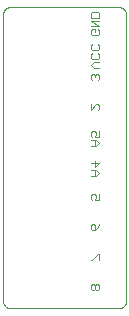
<source format=gbo>
G75*
%MOIN*%
%OFA0B0*%
%FSLAX25Y25*%
%IPPOS*%
%LPD*%
%AMOC8*
5,1,8,0,0,1.08239X$1,22.5*
%
%ADD10C,0.00000*%
%ADD11C,0.00300*%
D10*
X0003756Y0028933D02*
X0039756Y0028933D01*
X0039854Y0028935D01*
X0039952Y0028941D01*
X0040050Y0028950D01*
X0040147Y0028964D01*
X0040244Y0028981D01*
X0040340Y0029002D01*
X0040435Y0029027D01*
X0040529Y0029055D01*
X0040621Y0029088D01*
X0040713Y0029123D01*
X0040803Y0029163D01*
X0040891Y0029205D01*
X0040978Y0029252D01*
X0041062Y0029301D01*
X0041145Y0029354D01*
X0041225Y0029410D01*
X0041304Y0029470D01*
X0041380Y0029532D01*
X0041453Y0029597D01*
X0041524Y0029665D01*
X0041592Y0029736D01*
X0041657Y0029809D01*
X0041719Y0029885D01*
X0041779Y0029964D01*
X0041835Y0030044D01*
X0041888Y0030127D01*
X0041937Y0030211D01*
X0041984Y0030298D01*
X0042026Y0030386D01*
X0042066Y0030476D01*
X0042101Y0030568D01*
X0042134Y0030660D01*
X0042162Y0030754D01*
X0042187Y0030849D01*
X0042208Y0030945D01*
X0042225Y0031042D01*
X0042239Y0031139D01*
X0042248Y0031237D01*
X0042254Y0031335D01*
X0042256Y0031433D01*
X0042256Y0126884D01*
X0042254Y0126984D01*
X0042248Y0127084D01*
X0042238Y0127184D01*
X0042225Y0127283D01*
X0042207Y0127381D01*
X0042186Y0127479D01*
X0042160Y0127576D01*
X0042131Y0127672D01*
X0042098Y0127767D01*
X0042062Y0127860D01*
X0042022Y0127952D01*
X0041978Y0128042D01*
X0041931Y0128130D01*
X0041880Y0128216D01*
X0041826Y0128301D01*
X0041769Y0128383D01*
X0041709Y0128463D01*
X0041645Y0128540D01*
X0041579Y0128615D01*
X0041509Y0128687D01*
X0041437Y0128757D01*
X0041362Y0128823D01*
X0041285Y0128887D01*
X0041205Y0128947D01*
X0041123Y0129004D01*
X0041038Y0129058D01*
X0040952Y0129109D01*
X0040864Y0129156D01*
X0040774Y0129200D01*
X0040682Y0129240D01*
X0040589Y0129276D01*
X0040494Y0129309D01*
X0040398Y0129338D01*
X0040301Y0129364D01*
X0040203Y0129385D01*
X0040105Y0129403D01*
X0040006Y0129416D01*
X0039906Y0129426D01*
X0039806Y0129432D01*
X0039706Y0129434D01*
X0039706Y0129433D02*
X0003805Y0129433D01*
X0003805Y0129434D02*
X0003705Y0129432D01*
X0003605Y0129426D01*
X0003505Y0129416D01*
X0003406Y0129403D01*
X0003308Y0129385D01*
X0003210Y0129364D01*
X0003113Y0129338D01*
X0003017Y0129309D01*
X0002922Y0129276D01*
X0002829Y0129240D01*
X0002737Y0129200D01*
X0002647Y0129156D01*
X0002559Y0129109D01*
X0002473Y0129058D01*
X0002388Y0129004D01*
X0002306Y0128947D01*
X0002226Y0128887D01*
X0002149Y0128823D01*
X0002074Y0128757D01*
X0002002Y0128687D01*
X0001932Y0128615D01*
X0001866Y0128540D01*
X0001802Y0128463D01*
X0001742Y0128383D01*
X0001685Y0128301D01*
X0001631Y0128216D01*
X0001580Y0128130D01*
X0001533Y0128042D01*
X0001489Y0127952D01*
X0001449Y0127860D01*
X0001413Y0127767D01*
X0001380Y0127672D01*
X0001351Y0127576D01*
X0001325Y0127479D01*
X0001304Y0127381D01*
X0001286Y0127283D01*
X0001273Y0127184D01*
X0001263Y0127084D01*
X0001257Y0126984D01*
X0001255Y0126884D01*
X0001256Y0126884D02*
X0001256Y0031433D01*
X0001258Y0031335D01*
X0001264Y0031237D01*
X0001273Y0031139D01*
X0001287Y0031042D01*
X0001304Y0030945D01*
X0001325Y0030849D01*
X0001350Y0030754D01*
X0001378Y0030660D01*
X0001411Y0030568D01*
X0001446Y0030476D01*
X0001486Y0030386D01*
X0001528Y0030298D01*
X0001575Y0030211D01*
X0001624Y0030127D01*
X0001677Y0030044D01*
X0001733Y0029964D01*
X0001793Y0029885D01*
X0001855Y0029809D01*
X0001920Y0029736D01*
X0001988Y0029665D01*
X0002059Y0029597D01*
X0002132Y0029532D01*
X0002208Y0029470D01*
X0002287Y0029410D01*
X0002367Y0029354D01*
X0002450Y0029301D01*
X0002534Y0029252D01*
X0002621Y0029205D01*
X0002709Y0029163D01*
X0002799Y0029123D01*
X0002891Y0029088D01*
X0002983Y0029055D01*
X0003077Y0029027D01*
X0003172Y0029002D01*
X0003268Y0028981D01*
X0003365Y0028964D01*
X0003462Y0028950D01*
X0003560Y0028941D01*
X0003658Y0028935D01*
X0003756Y0028933D01*
D11*
X0030456Y0035495D02*
X0030940Y0035012D01*
X0031423Y0035012D01*
X0031907Y0035495D01*
X0031907Y0036463D01*
X0031423Y0036947D01*
X0030940Y0036947D01*
X0030456Y0036463D01*
X0030456Y0035495D01*
X0031907Y0035495D02*
X0032391Y0035012D01*
X0032875Y0035012D01*
X0033358Y0035495D01*
X0033358Y0036463D01*
X0032875Y0036947D01*
X0032391Y0036947D01*
X0031907Y0036463D01*
X0030940Y0045012D02*
X0030456Y0045012D01*
X0030940Y0045012D02*
X0032875Y0046947D01*
X0033358Y0046947D01*
X0033358Y0045012D01*
X0031907Y0055012D02*
X0030940Y0055012D01*
X0030456Y0055495D01*
X0030456Y0056463D01*
X0030940Y0056947D01*
X0031423Y0056947D01*
X0031907Y0056463D01*
X0031907Y0055012D01*
X0032875Y0055979D01*
X0033358Y0056947D01*
X0033358Y0065012D02*
X0031907Y0065012D01*
X0032391Y0065979D01*
X0032391Y0066463D01*
X0031907Y0066947D01*
X0030940Y0066947D01*
X0030456Y0066463D01*
X0030456Y0065495D01*
X0030940Y0065012D01*
X0033358Y0065012D02*
X0033358Y0066947D01*
X0032391Y0073065D02*
X0030456Y0073065D01*
X0030456Y0075000D02*
X0032391Y0075000D01*
X0033358Y0074033D01*
X0032391Y0073065D01*
X0031907Y0073065D02*
X0031907Y0075000D01*
X0031907Y0076012D02*
X0031907Y0077947D01*
X0030456Y0077463D02*
X0033358Y0077463D01*
X0031907Y0076012D01*
X0031907Y0083065D02*
X0031907Y0085000D01*
X0032391Y0085000D02*
X0030456Y0085000D01*
X0030940Y0086012D02*
X0030456Y0086495D01*
X0030456Y0087463D01*
X0030940Y0087947D01*
X0031907Y0087947D01*
X0032391Y0087463D01*
X0032391Y0086979D01*
X0031907Y0086012D01*
X0033358Y0086012D01*
X0033358Y0087947D01*
X0032391Y0085000D02*
X0033358Y0084033D01*
X0032391Y0083065D01*
X0030456Y0083065D01*
X0030456Y0095012D02*
X0032391Y0096947D01*
X0032875Y0096947D01*
X0033358Y0096463D01*
X0033358Y0095495D01*
X0032875Y0095012D01*
X0030456Y0095012D02*
X0030456Y0096947D01*
X0030940Y0105012D02*
X0030456Y0105495D01*
X0030456Y0106463D01*
X0030940Y0106947D01*
X0031423Y0106947D01*
X0031907Y0106463D01*
X0031907Y0105979D01*
X0031907Y0106463D02*
X0032391Y0106947D01*
X0032875Y0106947D01*
X0033358Y0106463D01*
X0033358Y0105495D01*
X0032875Y0105012D01*
X0033358Y0109119D02*
X0031423Y0109119D01*
X0030456Y0110086D01*
X0031423Y0111053D01*
X0033358Y0111053D01*
X0032875Y0112065D02*
X0030940Y0112065D01*
X0030456Y0112549D01*
X0030456Y0113516D01*
X0030940Y0114000D01*
X0030940Y0115012D02*
X0030456Y0115495D01*
X0030456Y0116463D01*
X0030940Y0116947D01*
X0030940Y0115012D02*
X0032875Y0115012D01*
X0033358Y0115495D01*
X0033358Y0116463D01*
X0032875Y0116947D01*
X0032875Y0114000D02*
X0033358Y0113516D01*
X0033358Y0112549D01*
X0032875Y0112065D01*
X0032875Y0119994D02*
X0030940Y0119994D01*
X0030456Y0120477D01*
X0030456Y0121445D01*
X0030940Y0121928D01*
X0031907Y0121928D01*
X0031907Y0120961D01*
X0032875Y0119994D02*
X0033358Y0120477D01*
X0033358Y0121445D01*
X0032875Y0121928D01*
X0033358Y0122940D02*
X0030456Y0124875D01*
X0033358Y0124875D01*
X0033358Y0125887D02*
X0033358Y0127338D01*
X0032875Y0127822D01*
X0030940Y0127822D01*
X0030456Y0127338D01*
X0030456Y0125887D01*
X0033358Y0125887D01*
X0033358Y0122940D02*
X0030456Y0122940D01*
M02*

</source>
